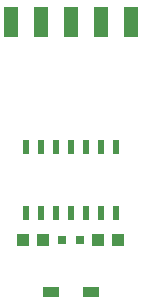
<source format=gtp>
G75*
%MOIN*%
%OFA0B0*%
%FSLAX24Y24*%
%IPPOS*%
%LPD*%
%AMOC8*
5,1,8,0,0,1.08239X$1,22.5*
%
%ADD10R,0.0394X0.0433*%
%ADD11R,0.0315X0.0315*%
%ADD12R,0.0551X0.0354*%
%ADD13R,0.0500X0.1000*%
%ADD14R,0.0236X0.0472*%
D10*
X002182Y002250D03*
X002851Y002250D03*
X004682Y002250D03*
X005351Y002250D03*
D11*
X004062Y002250D03*
X003471Y002250D03*
D12*
X003097Y000500D03*
X004436Y000500D03*
D13*
X004767Y009500D03*
X005767Y009500D03*
X003767Y009500D03*
X002767Y009500D03*
X001767Y009500D03*
D14*
X002267Y005352D03*
X002767Y005352D03*
X003267Y005352D03*
X003767Y005352D03*
X004267Y005352D03*
X004767Y005352D03*
X005267Y005352D03*
X005267Y003148D03*
X004767Y003148D03*
X004267Y003148D03*
X003767Y003148D03*
X003267Y003148D03*
X002767Y003148D03*
X002267Y003148D03*
M02*

</source>
